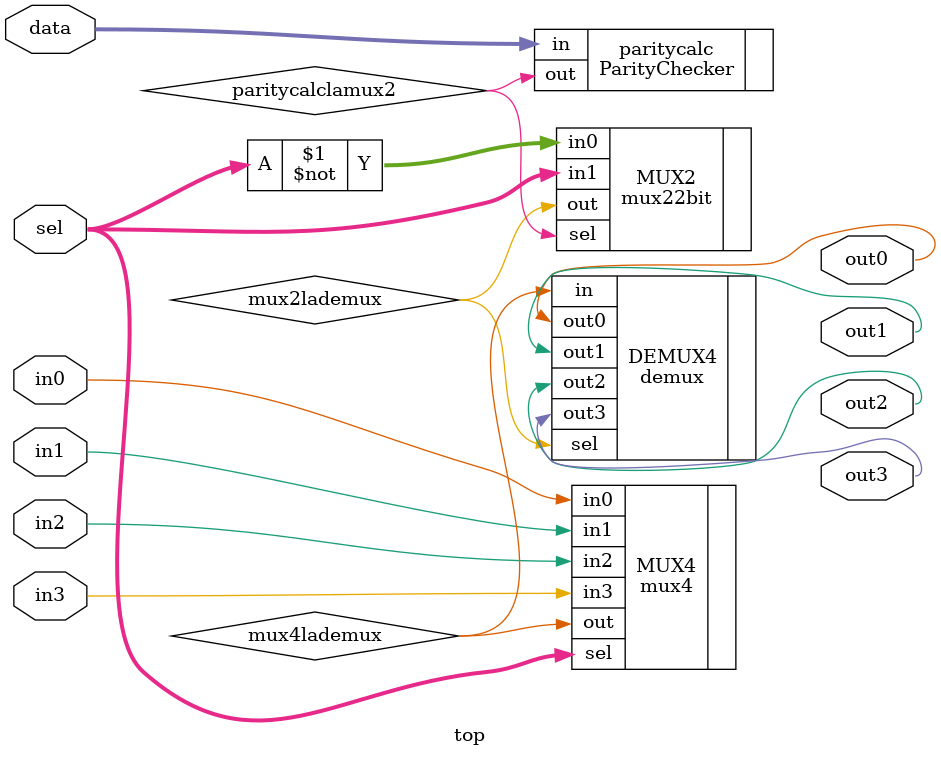
<source format=v>
module top(input wire in0,
				input wire in1,
				input wire in2,
				input wire in3,
				input wire [1:0] sel,
				input wire [3:0] data,
				output wire out0,
				output wire out1,
				output wire out2,
				output wire out3);
wire mux4lademux;
wire paritycalclamux2;
wire mux2lademux;
mux4 MUX4 (.in0(in0),
				.in1(in1),
				.in2(in2),
				.in3(in3),
				.sel(sel),
				.out(mux4lademux)
				);
mux22bit MUX2 (.in0(~sel),
				.in1(sel),
				.sel(paritycalclamux2),
				.out(mux2lademux)
				);
demux DEMUX4(.in(mux4lademux),
					.sel(mux2lademux),
					.out0(out0),
					.out1(out1),
					.out2(out2),
					.out3(out3)
					);
ParityChecker paritycalc(.in (data),
									.out(paritycalclamux2)
									);

endmodule 
</source>
